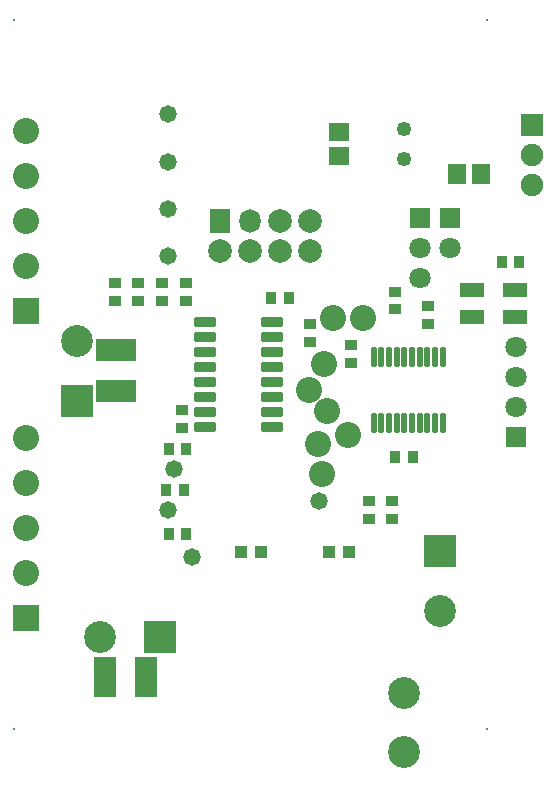
<source format=gts>
G04 Layer_Color=8388736*
%FSLAX25Y25*%
%MOIN*%
G70*
G01*
G75*
%ADD19R,0.03937X0.03937*%
%ADD59C,0.08674*%
%ADD60R,0.03556X0.04343*%
%ADD61R,0.04343X0.03556*%
%ADD62R,0.07808X0.13202*%
%ADD63R,0.13202X0.07808*%
%ADD64R,0.06706X0.06312*%
%ADD65R,0.06312X0.06706*%
%ADD66O,0.02178X0.06706*%
%ADD67R,0.08280X0.05131*%
G04:AMPARAMS|DCode=68|XSize=33.59mil|YSize=72.96mil|CornerRadius=5.92mil|HoleSize=0mil|Usage=FLASHONLY|Rotation=90.000|XOffset=0mil|YOffset=0mil|HoleType=Round|Shape=RoundedRectangle|*
%AMROUNDEDRECTD68*
21,1,0.03359,0.06112,0,0,90.0*
21,1,0.02175,0.07296,0,0,90.0*
1,1,0.01184,0.03056,0.01088*
1,1,0.01184,0.03056,-0.01088*
1,1,0.01184,-0.03056,-0.01088*
1,1,0.01184,-0.03056,0.01088*
%
%ADD68ROUNDEDRECTD68*%
%ADD69C,0.10642*%
%ADD70R,0.08674X0.08674*%
%ADD71C,0.07887*%
%ADD72O,0.07099X0.07887*%
%ADD73R,0.07099X0.07887*%
%ADD74C,0.04934*%
%ADD75C,0.07493*%
%ADD76R,0.07493X0.07493*%
%ADD77R,0.07099X0.07099*%
%ADD78C,0.07099*%
%ADD79R,0.10642X0.10642*%
%ADD80C,0.00800*%
%ADD81R,0.10642X0.10642*%
%ADD82C,0.05800*%
D19*
X101772Y78740D02*
D03*
X95079D02*
D03*
X131299D02*
D03*
X124606D02*
D03*
D59*
X122835Y141339D02*
D03*
X124016Y125591D02*
D03*
X135827Y156496D02*
D03*
X125984D02*
D03*
X122047Y104724D02*
D03*
X120866Y114567D02*
D03*
X23622Y116614D02*
D03*
Y101614D02*
D03*
Y86614D02*
D03*
Y71614D02*
D03*
Y173976D02*
D03*
Y188976D02*
D03*
Y203976D02*
D03*
Y218976D02*
D03*
X117717Y132677D02*
D03*
X130709Y117717D02*
D03*
D60*
X152559Y110236D02*
D03*
X146653D02*
D03*
X76968Y84646D02*
D03*
X71063D02*
D03*
X76968Y112992D02*
D03*
X71063D02*
D03*
X182087Y175197D02*
D03*
X187992D02*
D03*
X76181Y99213D02*
D03*
X70276D02*
D03*
X105315Y163386D02*
D03*
X111221D02*
D03*
D61*
X157480Y154528D02*
D03*
Y160433D02*
D03*
X146653Y159449D02*
D03*
Y165354D02*
D03*
X118110Y148622D02*
D03*
Y154528D02*
D03*
X75590Y119882D02*
D03*
Y125787D02*
D03*
X76772Y168307D02*
D03*
Y162402D02*
D03*
X61024Y168307D02*
D03*
Y162402D02*
D03*
X53150Y168307D02*
D03*
Y162402D02*
D03*
X131890Y141732D02*
D03*
Y147638D02*
D03*
X145669Y95472D02*
D03*
Y89567D02*
D03*
X68898Y168307D02*
D03*
Y162402D02*
D03*
X137795Y95472D02*
D03*
Y89567D02*
D03*
D62*
X49902Y37008D02*
D03*
X63484D02*
D03*
D63*
X53543Y145768D02*
D03*
Y132185D02*
D03*
D64*
X127953Y210630D02*
D03*
Y218504D02*
D03*
D65*
X175197Y204724D02*
D03*
X167323D02*
D03*
D66*
X139370Y121653D02*
D03*
X141929D02*
D03*
X144488D02*
D03*
X147047D02*
D03*
X149606D02*
D03*
X152165D02*
D03*
X154724D02*
D03*
X157283D02*
D03*
X159843D02*
D03*
X162402D02*
D03*
X139370Y143701D02*
D03*
X141929D02*
D03*
X144488D02*
D03*
X147047D02*
D03*
X149606D02*
D03*
X152165D02*
D03*
X154724D02*
D03*
X157283D02*
D03*
X159843D02*
D03*
X162402D02*
D03*
D67*
X186696Y156843D02*
D03*
X172129D02*
D03*
Y165899D02*
D03*
X186696D02*
D03*
D68*
X105610Y120295D02*
D03*
Y125295D02*
D03*
Y130295D02*
D03*
Y135295D02*
D03*
Y140295D02*
D03*
Y145295D02*
D03*
Y150295D02*
D03*
Y155295D02*
D03*
X83366Y120295D02*
D03*
Y125295D02*
D03*
Y130295D02*
D03*
Y135295D02*
D03*
Y140295D02*
D03*
Y145295D02*
D03*
Y150295D02*
D03*
Y155295D02*
D03*
D69*
X149606Y11811D02*
D03*
Y31496D02*
D03*
X161417Y58898D02*
D03*
X48228Y50394D02*
D03*
X40551Y149016D02*
D03*
D70*
X23622Y56614D02*
D03*
Y158976D02*
D03*
D71*
X118110Y178976D02*
D03*
Y188976D02*
D03*
X108110Y178976D02*
D03*
Y188976D02*
D03*
X98110Y178976D02*
D03*
X88110D02*
D03*
D72*
X98110Y188976D02*
D03*
D73*
X88110D02*
D03*
D74*
X149606Y219488D02*
D03*
Y209646D02*
D03*
D75*
X192044Y200787D02*
D03*
Y210787D02*
D03*
D76*
Y220787D02*
D03*
D77*
X165000Y190000D02*
D03*
X187008Y116890D02*
D03*
X154943Y190000D02*
D03*
D78*
X165000Y180000D02*
D03*
X187008Y146890D02*
D03*
Y126890D02*
D03*
Y136890D02*
D03*
X154943Y180000D02*
D03*
Y170000D02*
D03*
D79*
X161417Y78898D02*
D03*
X68307Y50394D02*
D03*
D80*
X177165Y255906D02*
D03*
X19685D02*
D03*
Y19685D02*
D03*
X177165D02*
D03*
D81*
X40551Y128937D02*
D03*
D82*
X121063Y95472D02*
D03*
X70866Y224410D02*
D03*
Y208661D02*
D03*
Y192913D02*
D03*
Y177165D02*
D03*
Y92520D02*
D03*
X72835Y106299D02*
D03*
X78740Y76772D02*
D03*
M02*

</source>
